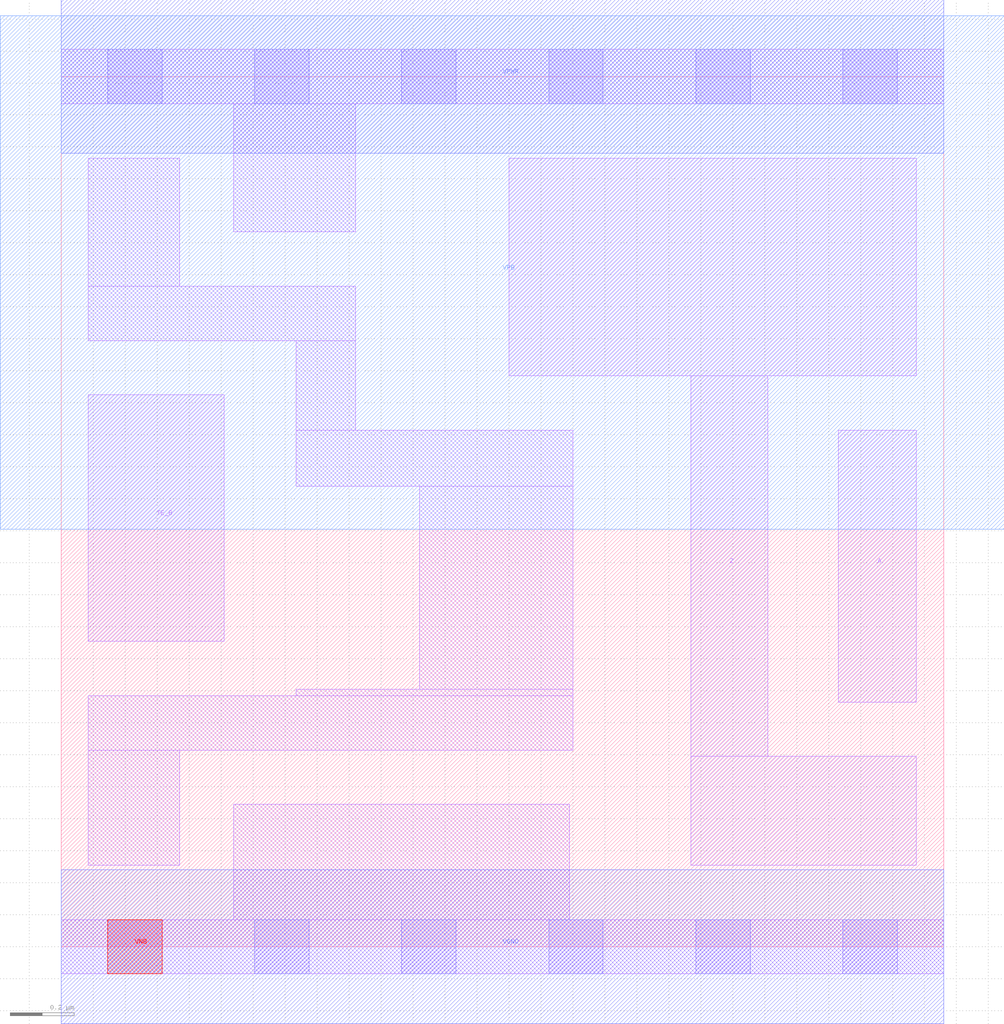
<source format=lef>
# Copyright 2020 The SkyWater PDK Authors
#
# Licensed under the Apache License, Version 2.0 (the "License");
# you may not use this file except in compliance with the License.
# You may obtain a copy of the License at
#
#     https://www.apache.org/licenses/LICENSE-2.0
#
# Unless required by applicable law or agreed to in writing, software
# distributed under the License is distributed on an "AS IS" BASIS,
# WITHOUT WARRANTIES OR CONDITIONS OF ANY KIND, either express or implied.
# See the License for the specific language governing permissions and
# limitations under the License.
#
# SPDX-License-Identifier: Apache-2.0

VERSION 5.7 ;
  NOWIREEXTENSIONATPIN ON ;
  DIVIDERCHAR "/" ;
  BUSBITCHARS "[]" ;
PROPERTYDEFINITIONS
  MACRO maskLayoutSubType STRING ;
  MACRO prCellType STRING ;
  MACRO originalViewName STRING ;
END PROPERTYDEFINITIONS
MACRO sky130_fd_sc_hdll__einvn_1
  CLASS CORE ;
  FOREIGN sky130_fd_sc_hdll__einvn_1 ;
  ORIGIN  0.000000  0.000000 ;
  SIZE  2.760000 BY  2.720000 ;
  SYMMETRY X Y R90 ;
  SITE unithd ;
  PIN A
    ANTENNAGATEAREA  0.277500 ;
    DIRECTION INPUT ;
    USE SIGNAL ;
    PORT
      LAYER li1 ;
        RECT 2.430000 0.765000 2.675000 1.615000 ;
    END
  END A
  PIN TE_B
    ANTENNAGATEAREA  0.358200 ;
    DIRECTION INPUT ;
    USE SIGNAL ;
    PORT
      LAYER li1 ;
        RECT 0.085000 0.955000 0.510000 1.725000 ;
    END
  END TE_B
  PIN Z
    ANTENNADIFFAREA  0.471500 ;
    DIRECTION OUTPUT ;
    USE SIGNAL ;
    PORT
      LAYER li1 ;
        RECT 1.400000 1.785000 2.675000 2.465000 ;
        RECT 1.970000 0.255000 2.675000 0.595000 ;
        RECT 1.970000 0.595000 2.210000 1.785000 ;
    END
  END Z
  PIN VGND
    DIRECTION INOUT ;
    USE GROUND ;
    PORT
      LAYER met1 ;
        RECT 0.000000 -0.240000 2.760000 0.240000 ;
    END
  END VGND
  PIN VNB
    DIRECTION INOUT ;
    USE GROUND ;
    PORT
      LAYER pwell ;
        RECT 0.145000 -0.085000 0.315000 0.085000 ;
    END
  END VNB
  PIN VPB
    DIRECTION INOUT ;
    USE POWER ;
    PORT
      LAYER nwell ;
        RECT -0.190000 1.305000 2.950000 2.910000 ;
    END
  END VPB
  PIN VPWR
    DIRECTION INOUT ;
    USE POWER ;
    PORT
      LAYER met1 ;
        RECT 0.000000 2.480000 2.760000 2.960000 ;
    END
  END VPWR
  OBS
    LAYER li1 ;
      RECT 0.000000 -0.085000 2.760000 0.085000 ;
      RECT 0.000000  2.635000 2.760000 2.805000 ;
      RECT 0.085000  0.255000 0.370000 0.615000 ;
      RECT 0.085000  0.615000 1.600000 0.785000 ;
      RECT 0.085000  1.895000 0.920000 2.065000 ;
      RECT 0.085000  2.065000 0.370000 2.465000 ;
      RECT 0.540000  0.085000 1.590000 0.445000 ;
      RECT 0.540000  2.235000 0.920000 2.635000 ;
      RECT 0.735000  0.785000 1.600000 0.805000 ;
      RECT 0.735000  1.440000 1.600000 1.615000 ;
      RECT 0.735000  1.615000 0.920000 1.895000 ;
      RECT 1.120000  0.805000 1.600000 1.440000 ;
    LAYER mcon ;
      RECT 0.145000 -0.085000 0.315000 0.085000 ;
      RECT 0.145000  2.635000 0.315000 2.805000 ;
      RECT 0.605000 -0.085000 0.775000 0.085000 ;
      RECT 0.605000  2.635000 0.775000 2.805000 ;
      RECT 1.065000 -0.085000 1.235000 0.085000 ;
      RECT 1.065000  2.635000 1.235000 2.805000 ;
      RECT 1.525000 -0.085000 1.695000 0.085000 ;
      RECT 1.525000  2.635000 1.695000 2.805000 ;
      RECT 1.985000 -0.085000 2.155000 0.085000 ;
      RECT 1.985000  2.635000 2.155000 2.805000 ;
      RECT 2.445000 -0.085000 2.615000 0.085000 ;
      RECT 2.445000  2.635000 2.615000 2.805000 ;
  END
  PROPERTY maskLayoutSubType "abstract" ;
  PROPERTY prCellType "standard" ;
  PROPERTY originalViewName "layout" ;
END sky130_fd_sc_hdll__einvn_1
END LIBRARY

</source>
